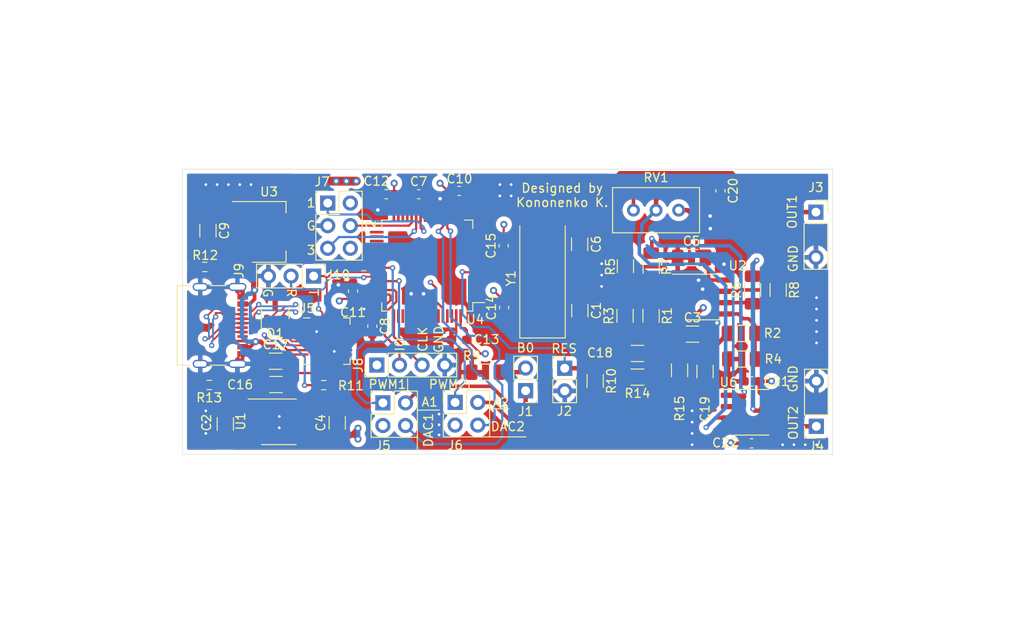
<source format=kicad_pcb>
(kicad_pcb (version 20211014) (generator pcbnew)
  (layers (0 "F.Cu" signal) (1 "In1.Cu" power) (2 "In2.Cu" power) (31 "B.Cu" signal) (34 "B.Paste" user) (35 "F.Paste" user) (36 "B.SilkS" user "B.Silkscreen") (37 "F.SilkS" user "F.Silkscreen") (38 "B.Mask" user) (39 "F.Mask" user) (44 "Edge.Cuts" user))
  (net 0 "")
  (net 1 "GND")
  (net 2 "Net-(C1-Pad1)")
  (net 3 "Net-(C2-Pad1)")
  (net 4 "Net-(C2-Pad2)")
  (net 5 "-5V")
  (net 6 "+5V")
  (net 7 "Net-(J2-Pad1)")
  (net 8 "Net-(J3-Pad1)")
  (net 9 "Net-(J4-Pad1)")
  (net 10 "Net-(R1-Pad1)")
  (net 11 "Net-(R2-Pad1)")
  (net 12 "/pot_out")
  (net 13 "Net-(R5-Pad1)")
  (net 14 "Net-(R6-Pad1)")
  (net 15 "Net-(C6-Pad1)")
  (net 16 "Net-(C7-Pad1)")
  (net 17 "Net-(C8-Pad1)")
  (net 18 "+3V3")
  (net 19 "Net-(C18-Pad1)")
  (net 20 "Net-(C19-Pad1)")
  (net 21 "Net-(J1-Pad2)")
  (net 22 "/PWM1")
  (net 23 "/A1")
  (net 24 "/DAC1")
  (net 25 "/DAC2")
  (net 26 "/A2")
  (net 27 "/PWM2")
  (net 28 "/IN1")
  (net 29 "/IN3")
  (net 30 "/IN2")
  (net 31 "/IO")
  (net 32 "/CLK")
  (net 33 "Net-(J9-PadA5)")
  (net 34 "Net-(J9-PadB5)")
  (net 35 "Net-(R11-Pad2)")
  (net 36 "Net-(R11-Pad1)")
  (net 37 "/D-")
  (net 38 "/D+")
  (net 39 "Net-(J10-Pad1)")
  (net 40 "Net-(J10-Pad2)")
  (net 106 "Net-(R5-Pad2)")
  (net 107 "Net-(R6-Pad2)")
  (footprint "Connector_PinHeader_2.54mm:PinHeader_1x03_P2.54mm_Vertical" (layer "F.Cu") (at 130.22 136 -90)
    (fp_text reference "J10")
    (fp_text value "Conn_01x03_Male" hide)
  )
  (footprint "Capacitor_SMD:C_1206_3216Metric_Pad1.33x1.80mm_HandSolder" (layer "F.Cu") (at 160.11 139.88 -90)
    (fp_text reference "C1")
    (fp_text value "22p")
  )
  (footprint "Capacitor_SMD:C_1206_3216Metric_Pad1.33x1.80mm_HandSolder" (layer "F.Cu") (at 120.3 152.61 -90)
    (fp_text reference "C2")
    (fp_text value "10u")
  )
  (footprint "Capacitor_SMD:C_1206_3216Metric_Pad1.33x1.80mm_HandSolder" (layer "F.Cu") (at 172.76 142.52)
    (fp_text reference "C3")
    (fp_text value "1u")
  )
  (footprint "Capacitor_SMD:C_1206_3216Metric_Pad1.33x1.80mm_HandSolder" (layer "F.Cu") (at 132.87 152.48 -90)
    (fp_text reference "C4")
    (fp_text value "10u")
  )
  (footprint "Capacitor_SMD:C_1206_3216Metric_Pad1.33x1.80mm_HandSolder" (layer "F.Cu") (at 172.6575 133.92)
    (fp_text reference "C5")
    (fp_text value "1u")
  )
  (footprint "Capacitor_SMD:C_1206_3216Metric_Pad1.33x1.80mm_HandSolder" (layer "F.Cu") (at 160.09 132.43 90)
    (fp_text reference "C6")
    (fp_text value "22p")
  )
  (footprint "Capacitor_SMD:C_1206_3216Metric_Pad1.33x1.80mm_HandSolder" (layer "F.Cu") (at 118.35 130.91 -90)
    (fp_text reference "C9")
    (fp_text value "10u")
  )
  (footprint "Capacitor_SMD:C_1206_3216Metric_Pad1.33x1.80mm_HandSolder" (layer "F.Cu") (at 125.9925 148.18)
    (fp_text reference "C16")
    (fp_text value "10u")
  )
  (footprint "Capacitor_SMD:C_1206_3216Metric_Pad1.33x1.80mm_HandSolder" (layer "F.Cu") (at 125.9525 145.56)
    (fp_text reference "C17")
    (fp_text value "10u")
  )
  (footprint "Capacitor_SMD:C_1206_3216Metric_Pad1.33x1.80mm_HandSolder" (layer "F.Cu") (at 166.5825 144.69 180)
    (fp_text reference "C18")
    (fp_text value "NC")
  )
  (footprint "Capacitor_SMD:C_1206_3216Metric_Pad1.33x1.80mm_HandSolder" (layer "F.Cu") (at 174.17 146.7225 -90)
    (fp_text reference "C19")
    (fp_text value "NC")
  )
  (footprint "Package_TO_SOT_SMD:SOT-23" (layer "F.Cu") (at 125.9 140.14 90)
    (fp_text reference "D1")
    (fp_text value "SP0502")
  )
  (footprint "Connector_PinHeader_2.54mm:PinHeader_1x02_P2.54mm_Vertical" (layer "F.Cu") (at 154.02 148.87 180)
    (fp_text reference "J1")
    (fp_text value "Conn_01x02_Male" hide)
  )
  (footprint "Connector_PinHeader_2.54mm:PinHeader_1x02_P2.54mm_Vertical" (layer "F.Cu") (at 158.41 146.35)
    (fp_text reference "J2")
    (fp_text value "Conn_01x02_Male" hide)
  )
  (footprint "custom:PinSocket_1x03_P2.54mm_Vertical" (layer "F.Cu") (at 186.62 128.82)
    (fp_text reference "J3")
    (fp_text value "Conn_01x02_Female" hide)
  )
  (footprint "custom:PinSocket_1x03_P2.54mm_Vertical" (layer "F.Cu") (at 186.67 152.87 180)
    (fp_text reference "J4")
    (fp_text value "Conn_01x02_Female" hide)
  )
  (footprint "Connector_PinHeader_2.54mm:PinHeader_2x02_P2.54mm_Vertical" (layer "F.Cu") (at 138 150.24)
    (fp_text reference "J5")
    (fp_text value "Conn_01x04_Male" hide)
  )
  (footprint "Connector_PinHeader_2.54mm:PinHeader_2x02_P2.54mm_Vertical" (layer "F.Cu") (at 146.11 150.19)
    (fp_text reference "J6")
    (fp_text value "Conn_01x04_Male" hide)
  )
  (footprint "Connector_PinHeader_2.54mm:PinHeader_2x03_P2.54mm_Vertical" (layer "F.Cu") (at 131.8 127.8)
    (fp_text reference "J7")
    (fp_text value "Conn_01x06_Male" hide)
  )
  (footprint "Connector_PinHeader_2.54mm:PinHeader_1x04_P2.54mm_Vertical" (layer "F.Cu") (at 137.32 145.99 90)
    (fp_text reference "J8")
    (fp_text value "Conn_01x04_Male" hide)
  )
  (footprint "Connector_USB:USB_C_Receptacle_Palconn_UTC16-G" (layer "F.Cu") (at 119.73 141.54 -90)
    (fp_text reference "J9")
    (fp_text value "USB_C_Receptacle_USB2.0")
  )
  (footprint "Resistor_SMD:R_1206_3216Metric_Pad1.30x1.75mm_HandSolder" (layer "F.Cu") (at 168.11 140.4675 -90)
    (fp_text reference "R1")
    (fp_text value "1k")
  )
  (footprint "Resistor_SMD:R_1206_3216Metric_Pad1.30x1.75mm_HandSolder" (layer "F.Cu") (at 178.24 142.44 180)
    (fp_text reference "R2")
    (fp_text value "1k")
  )
  (footprint "Resistor_SMD:R_1206_3216Metric_Pad1.30x1.75mm_HandSolder" (layer "F.Cu") (at 165.19 140.4675 90)
    (fp_text reference "R3")
    (fp_text value "1k")
  )
  (footprint "Resistor_SMD:R_1206_3216Metric_Pad1.30x1.75mm_HandSolder" (layer "F.Cu") (at 178.2875 145.32)
    (fp_text reference "R4")
    (fp_text value "1k")
  )
  (footprint "Resistor_SMD:R_1206_3216Metric_Pad1.30x1.75mm_HandSolder" (layer "F.Cu") (at 168.12 134.97 90)
    (fp_text reference "R5")
    (fp_text value "1k")
  )
  (footprint "Resistor_SMD:R_1206_3216Metric_Pad1.30x1.75mm_HandSolder" (layer "F.Cu") (at 179.51 137.5625 90)
    (fp_text reference "R6")
    (fp_text value "1k")
  )
  (footprint "Resistor_SMD:R_1206_3216Metric_Pad1.30x1.75mm_HandSolder" (layer "F.Cu") (at 165.23 134.8925 -90)
    (fp_text reference "R7")
    (fp_text value "1k")
  )
  (footprint "Resistor_SMD:R_1206_3216Metric_Pad1.30x1.75mm_HandSolder" (layer "F.Cu") (at 182.38 137.56 -90)
    (fp_text reference "R8")
    (fp_text value "1k")
  )
  (footprint "Resistor_SMD:R_1206_3216Metric_Pad1.30x1.75mm_HandSolder" (layer "F.Cu") (at 149.5225 146.79)
    (fp_text reference "R9")
    (fp_text value "10k")
  )
  (footprint "Resistor_SMD:R_1206_3216Metric_Pad1.30x1.75mm_HandSolder" (layer "F.Cu") (at 161.83 147.78 -90)
    (fp_text reference "R10")
    (fp_text value "10k")
  )
  (footprint "Resistor_SMD:R_1206_3216Metric_Pad1.30x1.75mm_HandSolder" (layer "F.Cu") (at 166.5825 147.35 180)
    (fp_text reference "R14")
    (fp_text value "0R")
  )
  (footprint "Resistor_SMD:R_1206_3216Metric_Pad1.30x1.75mm_HandSolder" (layer "F.Cu") (at 171.31 146.5875 -90)
    (fp_text reference "R15")
    (fp_text value "0R")
  )
  (footprint "Potentiometer_THT:Potentiometer_Bourns_3296W_Vertical" (layer "F.Cu") (at 171.21 128.6)
    (fp_text reference "RV1")
    (fp_text value "R_POT")
  )
  (footprint "Package_SO:SOIC-8_3.9x4.9mm_P1.27mm" (layer "F.Cu") (at 126.315 152.365)
    (fp_text reference "U1")
    (fp_text value "ICL7660")
  )
  (footprint "Package_SO:SOIC-8_3.9x4.9mm_P1.27mm" (layer "F.Cu") (at 173.94 138.35)
    (fp_text reference "U2")
    (fp_text value "AD826")
  )
  (footprint "Package_TO_SOT_SMD:SOT-223-3_TabPin2" (layer "F.Cu") (at 125.21 131.04)
    (fp_text reference "U3")
    (fp_text value "LM1117-3.3")
  )
  (footprint "Package_QFP:LQFP-64_10x10mm_P0.5mm" (layer "F.Cu") (at 142.98 134.82 180)
    (fp_text reference "U4")
    (fp_text value "STM32F405RGTx")
  )
  (footprint "Package_DFN_QFN:QFN-28-1EP_5x5mm_P0.5mm_EP3.35x3.35mm" (layer "F.Cu") (at 131.7 143.31)
    (fp_text reference "U5")
    (fp_text value "CP2102N")
  )
  (footprint "Crystal:Crystal_SMD_HC49-SD" (layer "F.Cu") (at 155.92 136.25 90)
    (fp_text reference "Y1")
    (fp_text value "8MHz")
  )
  (footprint "Capacitor_SMD:C_0603_1608Metric_Pad1.08x0.95mm_HandSolder" (layer "F.Cu") (at 146.56 126.44 180)
    (fp_text reference "C10")
    (fp_text value "100n")
  )
  (footprint "Capacitor_SMD:C_0603_1608Metric_Pad1.08x0.95mm_HandSolder" (layer "F.Cu") (at 134.65 137.69 -90)
    (fp_text reference "C11")
    (fp_text value "100n")
  )
  (footprint "Capacitor_SMD:C_0603_1608Metric_Pad1.08x0.95mm_HandSolder" (layer "F.Cu") (at 138.38 126.81)
    (fp_text reference "C12")
    (fp_text value "100n")
  )
  (footprint "Capacitor_SMD:C_0603_1608Metric_Pad1.08x0.95mm_HandSolder" (layer "F.Cu") (at 146.555 143.17)
    (fp_text reference "C13")
    (fp_text value "100n")
  )
  (footprint "Capacitor_SMD:C_0603_1608Metric_Pad1.08x0.95mm_HandSolder" (layer "F.Cu") (at 151.61 139.525 90)
    (fp_text reference "C14")
    (fp_text value "100n")
  )
  (footprint "Capacitor_SMD:C_0603_1608Metric_Pad1.08x0.95mm_HandSolder" (layer "F.Cu") (at 151.56 132.6 90)
    (fp_text reference "C15")
    (fp_text value "100n")
  )
  (footprint "Capacitor_SMD:C_0603_1608Metric_Pad1.08x0.95mm_HandSolder" (layer "F.Cu") (at 142.015 126.81)
    (fp_text reference "C7")
    (fp_text value "100n")
  )
  (footprint "Capacitor_SMD:C_0603_1608Metric_Pad1.08x0.95mm_HandSolder" (layer "F.Cu") (at 136.81 141.63 -90)
    (fp_text reference "C8")
    (fp_text value "100n")
  )
  (footprint "Resistor_SMD:R_0603_1608Metric_Pad0.98x0.95mm_HandSolder" (layer "F.Cu") (at 131.35 148.25 180)
    (fp_text reference "R11")
    (fp_text value "10k")
  )
  (footprint "Resistor_SMD:R_0603_1608Metric_Pad0.98x0.95mm_HandSolder" (layer "F.Cu") (at 117.995 134.98 180)
    (fp_text reference "R12")
    (fp_text value "5k1")
  )
  (footprint "Resistor_SMD:R_0603_1608Metric_Pad0.98x0.95mm_HandSolder" (layer "F.Cu") (at 118.495 148.23 180)
    (fp_text reference "R13")
    (fp_text value "5k1")
  )
  (footprint "Capacitor_SMD:C_0603_1608Metric_Pad1.08x0.95mm_HandSolder" (layer "F.Cu") (at 175.89 126.4175 -90)
    (fp_text reference "C20")
    (fp_text value "100n")
  )
  (footprint "Capacitor_SMD:C_0603_1608Metric_Pad1.08x0.95mm_HandSolder" (layer "F.Cu") (at 179.4 154.78 180)
    (fp_text reference "C22")
    (fp_text value "100n")
  )
  (footprint "Capacitor_SMD:C_0603_1608Metric_Pad1.08x0.95mm_HandSolder" (layer "F.Cu") (at 179.4 147.82)
    (fp_text reference "C21")
    (fp_text value "100n")
  )
  (footprint "Package_SO:SOIC-8_3.9x4.9mm_P1.27mm" (layer "F.Cu") (at 179.385 151.295)
    (fp_text reference "U6")
    (fp_text value "LM358")
  )
  (gr_line (start 141.86 154.09) (end 141.86 155.67) (layer "F.SilkS") (width 0.12))
  (gr_line (start 149.99 150.91) (end 152.13 150.91) (layer "F.SilkS") (width 0.12))
  (gr_line (start 141.875 151.05) (end 144.35 151.05) (layer "F.SilkS") (width 0.12))
  (gr_line (start 141.87 154.1) (end 141.86 154.09) (layer "F.SilkS") (width 0.12))
  (gr_line (start 140.77 148.92) (end 140.77 147.53) (layer "F.SilkS") (width 0.12))
  (gr_line (start 147.66 148.86) (end 147.66 147.88) (layer "F.SilkS") (width 0.12))
  (gr_line (start 149.99 154.06) (end 154.07 154.06) (layer "F.SilkS") (width 0.12))
  (gr_line (start 115.5 156) (end 115.5 137) (layer "Edge.Cuts") (width 0.05))
  (gr_line (start 115.5 137) (end 115.5 124) (layer "Edge.Cuts") (width 0.05))
  (gr_line (start 188.5 124) (end 188.5 156) (layer "Edge.Cuts") (width 0.05))
  (gr_line (start 188.5 156) (end 115.5 156) (layer "Edge.Cuts") (width 0.05))
  (gr_line (start 115.5 124) (end 188.5 124) (layer "Edge.Cuts") (width 0.05))
  (gr_text "IO" (at 139.9 143.68 90) (layer "F.SilkS") (effects (font (size 1 1))))
  (gr_text "B0" (at 154.01 144.06) (layer "F.SilkS") (effects (font (size 1 1))))
  (gr_text "OUT1" (at 183.95 128.79 90) (layer "F.SilkS") (effects (font (size 1 1))))
  (gr_text "DAC2" (at 152.02 152.9) (layer "F.SilkS") (effects (font (size 1 1))))
  (gr_text "G" (at 129.94 130.36) (layer "F.SilkS") (effects (font (size 1 1))))
  (gr_text "GND" (at 184.05 147.54 90) (layer "F.SilkS") (effects (font (size 1 1))))
  (gr_text "A2" (at 151.24 150.2) (layer "F.SilkS") (effects (font (size 1 1))))
  (gr_text "RES" (at 158.35 144.15) (layer "F.SilkS") (effects (font (size 1 1))))
  (gr_text "GND" (at 184.06 134.04 90) (layer "F.SilkS") (effects (font (size 1 1))))
  (gr_text "2" (at 136.66 130.18 90) (layer "F.SilkS") (effects (font (size 1 1))))
  (gr_text "GND" (at 144.27 143.11 90) (layer "F.SilkS") (effects (font (size 1 1))))
  (gr_text "OUT2" (at 184.08 152.48 90) (layer "F.SilkS") (effects (font (size 1 1))))
  (gr_text "3" (at 129.93 133.09) (layer "F.SilkS") (effects (font (size 1 1))))
  (gr_text "G" (at 125.06 137.9 270) (layer "F.SilkS") (effects (font (size 1 1))))
  (gr_text "DAC1" (at 143.11 153.31 90) (layer "F.SilkS") (effects (font (size 1 1))))
  (gr_text "PWM1" (at 138.51 148.16) (layer "F.SilkS") (effects (font (size 1 1))))
  (gr_text "R" (at 127.72 137.88 270) (layer "F.SilkS") (effects (font (size 1 1))))
  (gr_text "A1" (at 143.25 150.14) (layer "F.SilkS") (effects (font (size 1 1))))
  (gr_text "T" (at 130.2 137.83 270) (layer "F.SilkS") (effects (font (size 1 1))))
  (gr_text "1" (at 129.94 127.78) (layer "F.SilkS") (effects (font (size 1 1))))
  (gr_text "Designed by\nKononenko K." (at 158.13 126.93) (layer "F.SilkS") (effects (font (size 1 1))))
  (gr_text "CLK" (at 142.48 143.09 90) (layer "F.SilkS") (effects (font (size 1 1))))
  (gr_text "PWM2" (at 145.28 148.16) (layer "F.SilkS") (effects (font (size 1 1))))
  (segment (start 151.155 133.07) (end 151.56 133.475) (width 0.25) (layer "F.Cu") (net 1))
  (segment (start 146.23 129.145) (end 146.23 127.645) (width 0.25) (layer "F.Cu") (net 1))
  (segment (start 129.25 142.81) (end 128.49 142.81) (width 0.2) (layer "F.Cu") (net 1))
  (segment (start 122.24 145.28) (end 121.66 145.86) (width 0.4) (layer "F.Cu") (net 1))
  (segment (start 174.2475 142.52) (end 174.2475 142.5125) (width 0.4) (layer "F.Cu") (net 1))
  (segment (start 122.24 138.34) (end 122.24 137.8) (width 0.4) (layer "F.Cu") (net 1))
  (segment (start 128.49 142.81) (end 127.96 142.28) (width 0.2) (layer "F.Cu") (net 1))
  (segment (start 122.24 144.74) (end 122.24 145.28) (width 0.4) (layer "F.Cu") (net 1))
  (segment (start 174.2475 142.5125) (end 175.51 141.25) (width 0.4) (layer "F.Cu") (net 1))
  (segment (start 148.655 133.07) (end 151.155 133.07) (width 0.25) (layer "F.Cu") (net 1))
  (segment (start 146.23 127.645) (end 147.435 126.44) (width 0.25) (layer "F.Cu") (net 1))
  (segment (start 146.23 142.62) (end 145.68 143.17) (width 0.25) (layer "F.Cu") (net 1))
  (segment (start 122.24 137.8) (end 121.66 137.22) (width 0.4) (layer "F.Cu") (net 1))
  (segment (start 146.23 140.495) (end 146.23 142.62) (width 0.25) (layer "F.Cu") (net 1))
  (via (at 119.38 125.73) (size 0.6) (drill 0.3) (layers "F.Cu" "B.Cu") (net 1))
  (via (at 142.56 137.99) (size 0.8) (drill 0.4) (layers "F.Cu" "B.Cu") (net 1))
  (via (at 175.51 141.25) (size 0.8) (drill 0.4) (layers "F.Cu" "B.Cu") (net 1))
  (via (at 151.13 125.73) (size 0.6) (drill 0.3) (layers "F.Cu" "B.Cu") (net 1))
  (via (at 133 136.99) (size 0.8) (drill 0.4) (layers "F.Cu" "B.Cu") (net 1))
  (via (at 144.3 151.5) (size 0.6) (drill 0.3) (layers "F.Cu" "B.Cu") (net 1))
  (via (at 144.3 152.7) (size 0.6) (drill 0.3) (layers "F.Cu" "B.Cu") (net 1))
  (via (at 172.72 154.94) (size 0.6) (drill 0.3) (layers "F.Cu" "B.Cu") (net 1))
  (via (at 126.365 153.035) (size 0.6) (drill 0.3) (layers "F.Cu" "B.Cu") (net 1))
  (via (at 185.42 154.94) (size 0.6) (drill 0.3) (layers "F.Cu" "B.Cu") (net 1))
  (via (at 173.9 137.47) (size 0.8) (drill 0.4) (layers "F.Cu" "B.Cu") (net 1))
  (via (at 118.11 151.13) (size 0.6) (drill 0.3) (layers "F.Cu" "B.Cu") (net 1))
  (via (at 182.88 154.94) (size 0.6) (drill 0.3) (layers "F.Cu" "B.Cu") (net 1))
  (via (at 184.15 154.94) (size 0.6) (drill 0.3) (layers "F.Cu" "B.Cu") (net 1))
  (via (at 172.72 151.13) (size 0.6) (drill 0.3) (layers "F.Cu" "B.Cu") (net 1))
  (via (at 174.74 129.26) (size 0.8) (drill 0.4) (layers "F.Cu" "B.Cu") (net 1))
  (via (at 141.17 137.99) (size 0.8) (drill 0.4) (layers "F.Cu" "B.Cu") (net 1))
  (via (at 121.92 125.73) (size 0.6) (drill 0.3) (layers "F.Cu" "B.Cu") (net 1))
  (via (at 144.3 153.84) (size 0.6) (drill 0.3) (layers "F.Cu" "B.Cu") (net 1))
  (via (at 126.365 151.765) (size 0.6) (drill 0.3) (layers "F.Cu" "B.Cu") (net 1))
  (via (at 186.69 140.97) (size 0.6) (drill 0.3) (layers "F.Cu" "B.Cu") (net 1))
  (via (at 162.56 134.62) (size 0.6) (drill 0.3) (layers "F.Cu" "B.Cu") (net 1))
  (via (at 152.4 127) (size 0.6) (drill 0.3) (layers "F.Cu" "B.Cu") (net 1))
  (via (at 120.65 125.73) (size 0.6) (drill 0.3) (layers "F.Cu" "B.Cu") (net 1))
  (via (at 118.11 125.73) (size 0.6) (drill 0.3) (layers "F.Cu" "B.Cu") (net 1))
  (via (at 173.44 136.46) (size 0.8) (drill 0.4) (layers "F.Cu" "B.Cu") (net 1))
  (via (at 130.556 142.24) (size 0.6) (drill 0.3) (layers "F.Cu" "B.Cu") (net 1))
  (via (at 135.89 139.7) (size 0.6) (drill 0.3) (layers "F.Cu" "B.Cu") (net 1))
  (via (at 186.69 143.51) (size 0.6) (drill 0.3) (layers "F.Cu" "B.Cu") (net 1))
  (via (at 162.56 137.16) (size 0.6) (drill 0.3) (layers "F.Cu" "B.Cu") (net 1))
  (via (at 186.69 139.7) (size 0.6) (drill 0.3) (layers "F.Cu" "B.Cu") (net 1))
  (via (at 152.4 125.73) (size 0.6) (drill 0.3) (layers "F.Cu" "B.Cu") (net 1))
  (via (at 151.13 127) (size 0.6) (drill 0.3) (layers "F.Cu" "B.Cu") (net 1))
  (via (at 186.69 154.94) (size 0.6) (drill 0.3) (layers "F.Cu" "B.Cu") (net 1))
  (via (at 172.72 153.67) (size 0.6) (drill 0.3) (layers "F.Cu" "B.Cu") (net 1))
  (via (at 132.54 144.46) (size 0.6) (drill 0.3) (layers "F.Cu" "B.Cu") (net 1))
  (via (at 174.77 130.67) (size 0.8) (drill 0.4) (layers "F.Cu" "B.Cu") (net 1))
  (via (at 123.19 125.73) (size 0.6) (drill 0.3) (layers "F.Cu" "B.Cu") (net 1))
  (via (at 137.43 128.58) (size 0.8) (drill 0.4) (layers "F.Cu" "B.Cu") (net 1))
  (via (at 186.69 138.43) (size 0.6) (drill 0.3) (layers "F.Cu" "B.Cu") (net 1))
  (via (at 186.69 142.24) (size 0.6) (drill 0.3) (layers "F.Cu" "B.Cu") (net 1))
  (via (at 172.72 152.4) (size 0.6) (drill 0.3) (layers "F.Cu" "B.Cu") (net 1))
  (via (at 118.11 153.67) (size 0.6) (drill 0.3) (layers "F.Cu" "B.Cu") (net 1))
  (via (at 176.3 134.67) (size 0.8) (drill 0.4) (layers "F.Cu" "B.Cu") (net 1))
  (via (at 144.42 127.31) (size 0.8) (drill 0.4) (layers "F.Cu" "B.Cu") (net 1))
  (via (at 118.11 152.4) (size 0.6) (drill 0.3) (layers "F.Cu" "B.Cu") (net 1))
  (via (at 162.56 135.89) (size 0.6) (drill 0.3) (layers "F.Cu" "B.Cu") (net 1))
  (segment (start 155.92 136.95) (end 155.92 140.5) (width 0.25) (layer "F.Cu") (net 2))
  (segment (start 155.54 136.57) (end 159.51 136.57) (width 0.25) (layer "F.Cu") (net 2))
  (segment (start 160.11 137.17) (end 160.11 138.3925) (width 0.25) (layer "F.Cu") (net 2))
  (segment (start 159.51 136.57) (end 160.11 137.17) (width 0.25) (layer "F.Cu") (net 2))
  (segment (start 155.54 136.57) (end 155.92 136.95) (width 0.25) (layer "F.Cu") (net 2))
  (segment (start 148.655 136.57) (end 155.54 136.57) (width 0.25) (layer "F.Cu") (net 2))
  (segment (start 123.84 151.73) (end 120.9075 151.73) (width 0.4) (layer "F.Cu") (net 3))
  (segment (start 120.9075 151.73) (end 120.3 151.1225) (width 0.4) (layer "F.Cu") (net 3))
  (segment (start 120.4725 154.27) (end 120.3 154.0975) (width 0.4) (layer "F.Cu") (net 4))
  (segment (start 123.84 154.27) (end 120.4725 154.27) (width 0.4) (layer "F.Cu") (net 4))
  (segment (start 172.46 142.145) (end 172.46 141.7) (width 0.4) (layer "F.Cu") (net 5))
  (segment (start 128.79 154.27) (end 132.5675 154.27) (width 0.4) (layer "F.Cu") (net 5))
  (segment (start 134.389999 153.900001) (end 134.3225 153.9675) (width 0.5) (layer "F.Cu") (net 5))
  (segment (start 171.2725 142.52) (end 172.085 142.52) (width 0.4) (layer "F.Cu") (net 5))
  (segment (start 178.62 153.45) (end 178.62 154.6975) (width 0.4) (layer "F.Cu") (net 5))
  (segment (start 166.925 125.555) (end 166.13 126.35) (width 0.4) (layer "F.Cu") (net 5))
  (segment (start 172.975 140.255) (end 171.465 140.255) (width 0.4) (layer "F.Cu") (net 5))
  (segment (start 178.62 154.6975) (end 178.5375 154.78) (width 0.4) (layer "F.Cu") (net 5))
  (segment (start 166.13 126.35) (end 166.13 128.6) (width 0.4) (layer "F.Cu") (net 5))
  (segment (start 173.13 141.03) (end 173.13 140.41) (width 0.4) (layer "F.Cu") (net 5))
  (segment (start 132.5675 154.27) (end 132.87 153.9675) (width 0.4) (layer "F.Cu") (net 5))
  (segment (start 177.11 154.78) (end 177.05 154.72) (width 0.4) (layer "F.Cu") (net 5))
  (segment (start 178.37 153.2) (end 178.62 153.45) (width 0.4) (layer "F.Cu") (net 5))
  (segment (start 132.87 153.9675) (end 134.3225 153.9675) (width 0.5) (layer "F.Cu") (net 5))
  (segment (start 172.46 141.7) (end 173.13 141.03) (width 0.4) (layer "F.Cu") (net 5))
  (segment (start 134.800001 153.900001) (end 134.389999 153.900001) (width 0.5) (layer "F.Cu") (net 5))
  (segment (start 135.2 154.3) (end 134.800001 153.900001) (width 0.5) (layer "F.Cu") (net 5))
  (segment (start 134.3225 153.9675) (end 135.2 153.09) (width 0.5) (layer "F.Cu") (net 5))
  (segment (start 175.89 125.555) (end 166.925 125.555) (width 0.4) (layer "F.Cu") (net 5))
  (segment (start 135.2 154.3) (end 135.2 153.09) (width 0.5) (layer "F.Cu") (net 5))
  (segment (start 176.91 153.2) (end 178.37 153.2) (width 0.4) (layer "F.Cu") (net 5))
  (segment (start 173.13 140.41) (end 172.975 140.255) (width 0.4) (layer "F.Cu") (net 5))
  (segment (start 172.085 142.52) (end 172.46 142.145) (width 0.4) (layer "F.Cu") (net 5))
  (segment (start 178.5375 154.78) (end 177.11 154.78) (width 0.4) (layer "F.Cu") (net 5))
  (segment (start 173.13 140.39) (end 173.97 139.55) (width 0.5) (layer "F.Cu") (net 5))
  (segment (start 173.13 140.41) (end 173.13 140.39) (width 0.5) (layer "F.Cu") (net 5))
  (via (at 135.2 154.3) (size 0.8) (drill 0.4) (layers "F.Cu" "B.Cu") (net 5))
  (via (at 135.2 153.09) (size 0.8) (drill 0.4) (layers "F.Cu" "B.Cu") (net 5))
  (via (at 177.05 154.72) (size 0.8) (drill 0.4) (layers "F.Cu" "B.Cu") (net 5))
  (via (at 173.97 139.55) (size 0.8) (drill 0.4) (layers "F.Cu" "B.Cu") (net 5))
  (segment (start 135.2 153.09) (end 135.2 154.3) (width 0.5) (layer "B.Cu") (net 5))
  (segment (start 120.33 133.34) (end 120.33 135.1) (width 0.8) (layer "F.Cu") (net 6))
  (segment (start 123.23 135.55) (end 123.59 135.91) (width 0.8) (layer "F.Cu") (net 6))
  (segment (start 120.33 135.1) (end 120.78 135.55) (width 0.8) (layer "F.Cu") (net 6))
  (segment (start 129.25 144.81) (end 128.19 144.81) (width 0.25) (layer "F.Cu") (net 6))
  (segment (start 127.48 148.18) (end 126.708653 148.951347) (width 0.4) (layer "F.Cu") (net 6))
  (segment (start 173.32 129.08) (end 173.32 133.095) (width 0.5) (layer "F.Cu") (net 6))
  (segment (start 123.59 138.590002) (end 123.59 137.58) (width 0.4) (layer "F.Cu") (net 6))
  (segment (start 127.44 148.14) (end 127.48 148.18) (width 0.5) (layer "F.Cu") (net 6))
  (segment (start 180.2625 149.0925) (end 180.56 149.39) (width 0.4) (layer "F.Cu") (net 6))
  (segment (start 129.94 146.89) (end 127.44 146.89) (width 0.25) (layer "F.Cu") (net 6))
  (segment (start 174.145 133.92) (end 174.145 134.895) (width 0.4) (layer "F.Cu") (net 6))
  (segment (start 123.040002 139.14) (end 123.59 138.590002) (width 0.4) (layer "F.Cu") (net 6))
  (segment (start 124.845685 143.94) (end 125.82 143.94) (width 0.5) (layer "F.Cu") (net 6))
  (segment (start 172.708233 129.08) (end 173.32 129.08) (width 0.5) (layer "F.Cu") (net 6))
  (segment (start 120.33 133.34) (end 119.2925 133.34) (width 0.8) (layer "F.Cu") (net 6))
  (segment (start 123.7 143.36) (end 124.265685 143.36) (width 0.5) (layer "F.Cu") (net 6))
  (segment (start 124.265685 143.36) (end 124.845685 143.94) (width 0.5) (layer "F.Cu") (net 6))
  (segment (start 130.2 145.76) (end 130.2 146.63) (width 0.25) (layer "F.Cu") (net 6))
  (segment (start 180.2625 147.82) (end 181.6 147.82) (width 0.4) (layer "F.Cu") (net 6))
  (segment (start 123.12 143.94) (end 123.7 143.36) (width 0.4) (layer "F.Cu") (net 6))
  (segment (start 171.21 128.6) (end 172.228233 128.6) (width 0.5) (layer "F.Cu") (net 6))
  (segment (start 180.2625 147.82) (end 180.2625 149.0925) (width 0.4) (layer "F.Cu") (net 6))
  (segment (start 127.44 145.56) (end 127.44 146.89) (width 0.5) (layer "F.Cu") (net 6))
  (segment (start 127.44 146.89) (end 127.44 148.14) (width 0.5) (layer "F.Cu") (net 6))
  (segment (start 120.78 135.55) (end 123.23 135.55) (width 0.8) (layer "F.Cu") (net 6))
  (segment (start 174.56 135.31) (end 174.56 136.23) (width 0.4) (layer "F.Cu") (net 6))
  (segment (start 126.708653 148.951347) (end 126.708653 150.328653) (width 0.4) (layer "F.Cu") (net 6))
  (segment (start 122.06 133.34) (end 120.33 133.34) (width 0.8) (layer "F.Cu") (net 6))
  (segment (start 174.56 136.23) (end 174.775 136.445) (width 0.4) (layer "F.Cu") (net 6))
  (segment (start 174.775 136.445) (end 176.415 136.445) (width 0.4) (layer "F.Cu") (net 6))
  (segment (start 128.19 144.81) (end 127.44 145.56) (width 0.25) (layer "F.Cu") (net 6))
  (segment (start 173.32 133.095) (end 174.145 133.92) (width 0.5) (layer "F.Cu") (net 6))
  (segment (start 181.6 147.82) (end 181.63 147.79) (width 0.4) (layer "F.Cu") (net 6))
  (segment (start 122.24 143.94) (end 123.12 143.94) (width 0.4) (layer "F.Cu") (net 6))
  (segment (start 180.56 149.39) (end 181.86 149.39) (width 0.4) (layer "F.Cu") (net 6))
  (segment (start 125.82 143.94) (end 127.44 145.56) (width 0.5) (layer "F.Cu") (net 6))
  (segment (start 123.59 135.91) (end 123.59 137.58) (width 0.8) (layer "F.Cu") (net 6))
  (segment (start 172.228233 128.6) (end 172.708233 129.08) (width 0.5) (layer "F.Cu") (net 6))
  (segment (start 126.94 150.46) (end 128.79 150.46) (width 0.4) (layer "F.Cu") (net 6))
  (segment (start 174.145 134.895) (end 174.56 135.31) (width 0.4) (layer "F.Cu") (net 6))
  (segment (start 119.2925 133.34) (end 118.35 132.3975) (width 0.8) (layer "F.Cu") (net 6))
  (segment (start 122.24 139.14) (end 123.040002 139.14) (width 0.4) (layer "F.Cu") (net 6))
  (segment (start 130.2 146.63) (end 129.94 146.89) (width 0.25) (layer "F.Cu") (net 6))
  (segment (start 126.708653 150.328653) (end 126.89 150.51) (width 0.4) (layer "F.Cu") (net 6))
  (segment (start 126.89 150.51) (end 126.94 150.46) (width 0.4) (layer "F.Cu") (net 6))
  (via (at 123.7 143.36) (size 0.8) (drill 0.4) (layers "F.Cu" "B.Cu") (net 6))
  (via (at 181.63 147.79) (size 0.8) (drill 0.4) (layers "F.Cu" "B.Cu") (net 6))
  (via (at 123.59 137.58) (size 0.8) (drill 0.4) (layers "F.Cu" "B.Cu") (net 6))
  (segment (start 122.880001 137.979999) (end 122.18 138.68) (width 0.5) (layer "B.Cu") (net 6))
  (segment (start 122.18 138.68) (end 122.18 142.79) (width 0.5) (layer "B.Cu") (net 6))
  (segment (start 122.18 142.79) (end 122.75 143.36) (width 0.5) (layer "B.Cu") (net 6))
  (segment (start 123.59 137.58) (end 123.190001 137.979999) (width 0.5) (layer "B.Cu") (net 6))
  (segment (start 123.190001 137.979999) (end 122.880001 137.979999) (width 0.5) (layer "B.Cu") (net 6))
  (segment (start 122.75 143.36) (end 123.7 143.36) (width 0.5) (layer "B.Cu") (net 6))
  (segment (start 146.95 135.57) (end 146.91 135.53) (width 0.25) (layer "F.Cu") (net 7))
  (segment (start 158.41 146.35) (end 161.7725 146.35) (width 0.5) (layer "F.Cu") (net 7))
  (segment (start 148.655 135.57) (end 146.95 135.57) (width 0.25) (layer "F.Cu") (net 7))
  (segment (start 161.7725 146.35) (end 161.83 146.2925) (width 0.5) (layer "F.Cu") (net 7))
  (via (at 146.91 135.53) (size 0.6) (drill 0.3) (layers "F.Cu" "B.Cu") (net 7))
  (segment (start 158.41 144.87) (end 158.41 146.35) (width 0.25) (layer "B.Cu") (net 7))
  (segment (start 149.9 141.72) (end 152.27 144.09) (width 0.25) (layer "B.Cu") (net 7))
  (segment (start 146.91 135.53) (end 146.91 140.3) (width 0.25) (layer "B.Cu") (net 7))
  (segment (start 148.33 141.72) (end 149.9 141.72) (width 0.25) (layer "B.Cu") (net 7))
  (segment (start 146.91 140.3) (end 148.33 141.72) (width 0.25) (layer "B.Cu") (net 7))
  (segment (start 152.27 144.09) (end 157.63 144.09) (width 0.25) (layer "B.Cu") (net 7))
  (segment (start 157.63 144.09) (end 158.41 144.87) (width 0.25) (layer "B.Cu") (net 7))
  (segment (start 169.815 136.445) (end 171.465 136.445) (width 0.4) (layer "F.Cu") (net 8))
  (segment (start 165.23 131.64) (end 163.66 130.07) (width 0.5) (layer "F.Cu") (net 8))
  (segment (start 165.23 133.405) (end 165.23 134.2175) (width 0.4) (layer "F.Cu") (net 8))
  (segment (start 169.72 136.35) (end 169.815 136.445) (width 0.4) (layer "F.Cu") (net 8))
  (segment (start 164.61 124.45) (end 177.19 124.45) (width 0.5) (layer "F.Cu") (net 8))
  (segment (start 169.56 134.95) (end 169.72 135.11) (width 0.4) (layer "F.Cu") (net 8))
  (segment (start 165.9625 134.95) (end 169.56 134.95) (width 0.4) (layer "F.Cu") (net 8))
  (segment (start 177.62 128.47) (end 177.97 128.82) (width 0.5) (layer "F.Cu") (net 8))
  (segment (start 169.72 135.11) (end 169.72 136.35) (width 0.4) (layer "F.Cu") (net 8))
  (segment (start 163.66 130.07) (end 163.66 125.4) (width 0.5) (layer "F.Cu") (net 8))
  (segment (start 163.66 125.4) (end 164.61 124.45) (width 0.5) (layer "F.Cu") (net 8))
  (segment (start 165.23 133.405) (end 165.23 131.64) (width 0.5) (layer "F.Cu") (net 8))
  (segment (start 177.19 124.45) (end 177.62 124.88) (width 0.5) (layer "F.Cu") (net 8))
  (segment (start 177.97 128.82) (end 186.62 128.82) (width 0.5) (layer "F.Cu") (net 8))
  (segment (start 165.23 134.2175) (end 165.9625 134.95) (width 0.4) (layer "F.Cu") (net 8))
  (segment (start 177.62 124.88) (end 177.62 128.47) (width 0.5) (layer "F.Cu") (net 8))
  (segment (start 177.895 137.715) (end 176.415 137.715) (width 0.4) (layer "F.Cu") (net 9))
  (segment (start 184.42 152.87) (end 186.67 152.87) (width 0.5) (layer "F.Cu") (net 9))
  (segment (start 184.55 137.2675) (end 184.55 146.73) (width 0.5) (layer "F.Cu") (net 9))
  (segment (start 181.705 137.56) (end 178.05 137.56) (width 0.4) (layer "F.Cu") (net 9))
  (segment (start 182.38 136.0725) (end 183.355 136.0725) (width 0.5) (layer "F.Cu") (net 9))
  (segment (start 182.38 136.0725) (end 182.38 136.885) (width 0.4) (layer "F.Cu") (net 9))
  (segment (start 184.02 147.26) (end 184.02 152.47) (width 0.5) (layer "F.Cu") (net 9))
  (segment (start 184.02 152.47) (end 184.42 152.87) (width 0.5) (layer "F.Cu") (net 9))
  (segment (start 178.05 137.56) (end 177.895 137.715) (width 0.4) (layer "F.Cu") (net 9))
  (segment (start 182.38 136.885) (end 181.705 137.56) (width 0.4) (layer "F.Cu") (net 9))
  (segment (start 184.55 146.73) (end 184.02 147.26) (width 0.5) (layer "F.Cu") (net 9))
  (segment (start 183.355 136.0725) (end 184.55 137.2675) (width 0.5) (layer "F.Cu") (net 9))
  (segment (start 168.115 138.985) (end 168.11 138.98) (width 0.4) (layer "F.Cu") (net 10))
  (segment (start 165.19 138.98) (end 168.11 138.98) (width 0.5) (layer "F.Cu") (net 10))
  (segment (start 171.465 138.985) (end 168.115 138.985) (width 0.4) (layer "F.Cu") (net 10))
  (segment (start 179.05 140.7875) (end 178.4475 140.7875) (width 0.4) (layer "F.Cu") (net 11))
  (segment (start 178.4475 140.7875) (end 177.915 140.255) (width 0.4) (layer "F.Cu") (net 11))
  (segment (start 177.915 140.255) (end 176.415 140.255) (width 0.4) (layer "F.Cu") (net 11))
  (segment (start 179.7275 145.2725) (end 179.775 145.32) (width 0.5) (layer "F.Cu") (net 11))
  (segment (start 179.7275 141.465) (end 179.05 140.7875) (width 0.4) (layer "F.Cu") (net 11))
  (segment (start 179.7275 142.44) (end 179.7275 145.2725) (width 0.5) (layer "F.Cu") (net 11))
  (segment (start 179.7275 142.44) (end 179.7275 141.465) (width 0.4) (layer "F.Cu") (net 11))
  (segment (start 169.23 126.88) (end 175.35 126.88) (width 0.5) (layer "F.Cu") (net 12))
  (segment (start 168.67 127.44) (end 169.23 126.88) (width 0.5) (layer "F.Cu") (net 12))
  (segment (start 176.91 151.93) (end 178.63 151.93) (width 0.4) (layer "F.Cu") (net 12))
  (segment (start 179.9 153.2) (end 181.86 153.2) (width 0.4) (layer "F.Cu") (net 12))
  (segment (start 168.67 128.6) (end 168.67 127.44) (width 0.5) (layer "F.Cu") (net 12))
  (segment (start 176.91 151.93) (end 175.35 151.93) (width 0.4) (layer "F.Cu") (net 12))
  (segment (start 175.35 151.93) (end 174.29 152.99) (width 0.4) (layer "F.Cu") (net 12))
  (segment (start 178.63 151.93) (end 179.9 153.2) (width 0.4) (layer "F.Cu") (net 12))
  (via (at 174.29 152.99) (size 0.6) (drill 0.3) (layers "F.Cu" "B.Cu") (net 12))
  (segment (start 174.29 152.99) (end 176.48 150.8) (width 0.4) (layer "B.Cu") (net 12))
  (segment (start 167.07 131.16) (end 167.07 130.2) (width 0.4) (layer "B.Cu") (net 12))
  (segment (start 166.79 133.51) (end 166.79 131.44) (width 0.4) (layer "B.Cu") (net 12))
  (segment (start 166.79 131.44) (end 167.07 131.16) (width 0.4) (layer "B.Cu") (net 12))
  (segment (start 176.48 150.8) (end 176.48 137.07) (width 0.4) (layer "B.Cu") (net 12))
  (segment (start 167.07 130.2) (end 168.67 128.6) (width 0.4) (layer "B.Cu") (net 12))
  (segment (start 167.96 134.68) (end 166.79 133.51) (width 0.4) (layer "B.Cu") (net 12))
  (segment (start 174.09 134.68) (end 167.96 134.68) (width 0.4) (layer "B.Cu") (net 12))
  (segment (start 176.48 137.07) (end 174.09 134.68) (width 0.4) (layer "B.Cu") (net 12))
  (segment (start 169.458847 137.228847) (end 169.945 137.715) (width 0.4) (layer "F.Cu") (net 13))
  (segment (start 168.12 136.4575) (end 165.3075 136.4575) (width 0.5) (layer "F.Cu") (net 13))
  (segment (start 165.3075 136.4575) (end 165.23 136.38) (width 0.5) (layer "F.Cu") (net 13))
  (segment (start 168.891347 137.228847) (end 169.458847 137.228847) (width 0.4) (layer "F.Cu") (net 13))
  (segment (start 169.945 137.715) (end 171.465 137.715) (width 0.4) (layer "F.Cu") (net 13))
  (segment (start 168.12 136.4575) (end 168.891347 137.228847) (width 0.4) (layer "F.Cu") (net 13))
  (segment (start 182.3775 139.05) (end 182.38 139.0475) (width 0.5) (layer "F.Cu") (net 14))
  (segment (start 179.51 139.05) (end 182.3775 139.05) (width 0.5) (layer "F.Cu") (net 14))
  (segment (start 179.445 138.985) (end 179.51 139.05) (width 0.4) (layer "F.Cu") (net 14))
  (segment (start 176.415 138.985) (end 179.445 138.985) (width 0.4) (layer "F.Cu") (net 14))
  (segment (start 159.52 136.07) (end 160.09 135.5) (width 0.25) (layer "F.Cu") (net 15))
  (segment (start 160.09 135.5) (end 160.09 133.9175) (width 0.25) (layer "F.Cu") (net 15))
  (segment (start 155.65 136.07) (end 155.92 135.8) (width 0.25) (layer "F.Cu") (net 15))
  (segment (start 148.655 136.07) (end 155.65 136.07) (width 0.25) (layer "F.Cu") (net 15))
  (segment (start 155.92 135.8) (end 155.92 132) (width 0.25) (layer "F.Cu") (net 15))
  (segment (start 155.65 136.07) (end 159.52 136.07) (width 0.25) (layer "F.Cu") (net 15))
  (segment (start 139.73 128) (end 139.97 127.76) (width 0.25) (layer "F.Cu") (net 16))
  (segment (start 139.73 129.145) (end 139.73 128) (width 0.25) (layer "F.Cu") (net 16))
  (segment (start 141.07 127.76) (end 141.14 127.69) (width 0.25) (layer "F.Cu") (net 16))
  (segment (start 139.97 127.76) (end 141.07 127.76) (width 0.25) (layer "F.Cu") (net 16))
  (segment (start 141.14 127.69) (end 141.14 126.81) (width 0.25) (layer "F.Cu") (net 16))
  (segment (start 138.84 138.725) (end 138.84 138.21) (width 0.25) (layer "F.Cu") (net 17))
  (segment (start 138.7 138.07) (end 137.305 138.07) (width 0.25) (layer "F.Cu") (net 17))
  (segment (start 136.81 140.755) (end 138.84 138.725) (width 0.25) (layer "F.Cu") (net 17))
  (segment (start 138.84 138.21) (end 138.7 138.07) (width 0.25) (layer "F.Cu") (net 17))
  (segment (start 133.9 125.34) (end 135.01 125.34) (width 1) (layer "F.Cu") (net 18))
  (segment (start 132.75 125.34) (end 133.9 125.34) (width 1) (layer "F.Cu") (net 18))
  (segment (start 146.73 141.81) (end 146.73 140.495) (width 0.25) (layer "F.Cu") (net 18))
  (segment (start 145.685 126.44) (end 145.27 126.44) (width 0.25) (layer "F.Cu") (net 18))
  (segment (start 151.53 138.57) (end 151.61 138.65) (width 0.25) (layer "F.Cu") (net 18))
  (segment (start 147.43 142.07) (end 147.2 141.84) (width 0.25) (layer "F.Cu") (net 18))
  (segment (start 150.31 132.38) (end 150.31 131.84) (width 0.25) (layer "F.Cu") (net 18))
  (segment (start 146.76 141.84) (end 146.73 141.81) (width 0.25) (layer "F.Cu") (net 18))
  (segment (start 134.65 138.565) (end 133.325 138.565) (width 0.25) (layer "F.Cu") (net 18))
  (segment (start 147.43 143.17) (end 147.43 142.07) (width 0.25) (layer "F.Cu") (net 18))
  (segment (start 147.2 141.84) (end 146.76 141.84) (width 0.25) (layer "F.Cu") (net 18))
  (segment (start 149.39 132.57) (end 149.41499 132.54501) (width 0.25) (layer "F.Cu") (net 18))
  (segment (start 161.2 150.9) (end 161.83 150.27) (width 0.5) (layer "F.Cu") (net 18))
  (segment (start 147.43 143.17) (end 148.98 144.72) (width 0.25) (layer "F.Cu") (net 18))
  (segment (start 148.655 138.57) (end 151.53 138.57) (width 0.25) (layer "F.Cu") (net 18))
  (segment (start 139.255 125.585) (end 139.26 125.58) (width 0.25) (layer "F.Cu") (net 18))
  (segment (start 161.83 150.27) (end 161.83 149.2675) (width 0.5) (layer "F.Cu") (net 18))
  (segment (start 128.41 125.6) (end 128.67 125.34) (width 1) (layer "F.Cu") (net 18))
  (segment (start 154.02 150.22) (end 154.7 150.9) (width 0.5) (layer "F.Cu") (net 18))
  (segment (start 145.73 129.145) (end 145.73 126.485) (width 0.25) (layer "F.Cu") (net 18))
  (segment (start 133.325 138.565) (end 133.1 138.79) (width 0.25) (layer "F.Cu") (net 18))
  (segment (start 122.06 131.04) (end 128.36 131.04) (width 1) (layer "F.Cu") (net 18))
  (segment (start 145.73 126.485) (end 145.685 126.44) (width 0.25) (layer "F.Cu") (net 18))
  (segment (start 128.36 128.14) (end 128.41 128.09) (width 1) (layer "F.Cu") (net 18))
  (segment (start 139.23 126.835) (end 139.255 126.81) (width 0.25) (layer "F.Cu") (net 18))
  (segment (start 151.61 138.65) (end 151.45 138.65) (width 0.25) (layer "F.Cu") (net 18))
  (segment (start 151.56 130.22) (end 151.58 130.2) (width 0.25) (layer "F.Cu") (net 18))
  (segment (start 150.31 131.84) (end 150.425 131.725) (width 0.25) (layer "F.Cu") (net 18))
  (segment (start 137.305 138.57) (end 134.655 138.57) (width 0.25) (layer "F.Cu") (net 18))
  (segment (start 134.655 138.57) (end 134.65 138.565) (width 0.25) (layer "F.Cu") (net 18))
  (segment (start 149.41499 132.54501) (end 150.14499 132.54501) (width 0.25) (layer "F.Cu") (net 18))
  (segment (start 128.67 125.34) (end 132.75 125.34) (width 1) (layer "F.Cu") (net 18))
  (segment (start 151.45 138.65) (end 150.42 137.62) (width 0.25) (layer "F.Cu") (net 18))
  (segment (start 154.02 148.87) (end 154.02 150.22) (width 0.5) (layer "F.Cu") (net 18))
  (segment (start 139.23 129.145) (end 139.23 126.835) (width 0.25) (layer "F.Cu") (net 18))
  (segment (start 139.255 126.81) (end 139.255 125.585) (width 0.25) (layer "F.Cu") (net 18))
  (segment (start 151.56 131.725) (end 151.56 130.22) (width 0.25) (layer "F.Cu") (net 18))
  (segment (start 148.98 144.72) (end 149.49 144.72) (width 0.25) (layer "F.Cu") (net 18))
  (segment (start 154.7 150.9) (end 161.2 150.9) (width 0.5) (layer "F.Cu") (net 18))
  (segment (start 148.655 132.57) (end 149.39 132.57) (width 0.25) (layer "F.Cu") (net 18))
  (segment (start 128.36 131.04) (end 128.36 128.14) (width 1) (layer "F.Cu") (net 18))
  (segment (start 150.425 131.725) (end 151.56 131.725) (width 0.25) (layer "F.Cu") (net 18))
  (segment (start 150.14499 132.54501) (end 150.31 132.38) (width 0.25) (layer "F.Cu") (net 18))
  (segment (start 128.41 128.09) (end 128.41 125.6) (width 1) (layer "F.Cu") (net 18))
  (segment (start 145.27 126.44) (end 144.41 125.58) (width 0.25) (layer "F.Cu") (net 18))
  (via (at 149.49 144.72) (size 0.8) (drill 0.4) (layers "F.Cu" "B.Cu") (net 18))
  (via (at 135.01 125.34) (size 0.8) (drill 0.4) (layers "F.Cu" "B.Cu") (net 18))
  (via (at 144.41 125.58) (size 0.8) (drill 0.4) (layers "F.Cu" "B.Cu") (net 18))
  (via (at 139.26 125.58) (size 0.8) (drill 0.4) (layers "F.Cu" "B.Cu") (net 18))
  (via (at 132.75 125.34) (size 0.8) (drill 0.4) (layers "F.Cu" "B.Cu") (net 18))
  (via (at 150.42 137.62) (size 0.8) (drill 0.4) (layers "F.Cu" "B.Cu") (net 18))
  (via (at 133.9 125.34) (size 0.8) (drill 0.4) (layers "F.Cu" "B.Cu") (net 18))
  (via (at 151.58 130.2) (size 0.8) (drill 0.4) (layers "F.Cu" "B.Cu") (net 18))
  (via (at 133.1 138.79) (size 0.8) (drill 0.4) (layers "F.Cu" "B.Cu") (net 18))
  (segment (start 168.11 141.955) (end 168.11 147.31) (width 0.5) (layer "F.Cu") (net 19))
  (segment (start 168.11 147.31) (end 168.07 147.35) (width 0.5) (layer "F.Cu") (net 19))
  (segment (start 174.17 145.0225) (end 176.7525 142.44) (width 0.5) (layer "F.Cu") (net 20))
  (segment (start 174.035 145.1) (end 174.17 145.235) (width 0.5) (layer "F.Cu") (net 20))
  (segment (start 171.31 145.1) (end 174.035 145.1) (width 0.5) (layer "F.Cu") (net 20))
  (segment (start 174.17 145.235) (end 174.17 145.0225) (width 0.5) (layer "F.Cu") (net 20))
  (segment (start 151.01 146.79) (end 153.56 146.79) (width 0.5) (layer "F.Cu") (net 21))
  (segment (start 143.94 137.31) (end 143.34 136.71) (width 0.25) (layer "F.Cu") (net 21))
  (segment (start 144.73 139.62) (end 143.94 138.83) (width 0.25) (layer "F.Cu") (net 21))
  (segment (start 153.56 146.79) (end 154.02 146.33) (width 0.5) (layer "F.Cu") (net 21))
  (segment (start 144.73 140.495) (end 144.73 139.62) (width 0.25) (layer "F.Cu") (net 21))
  (segment (start 143.94 138.83) (end 143.94 137.31) (width 0.25) (layer "F.Cu") (net 21))
  (via (at 143.34 136.71) (size 0.6) (drill 0.3) (layers "F.Cu" "B.Cu") (net 21))
  (segment (start 137.305 135.07) (end 139.07 135.07) (width 0.25) (layer "F.Cu") (net 22))
  (segment (start 139.07 135.07) (end 139.08 135.08) (width 0.25) (layer "F.Cu") (net 22))
  (via (at 139.08 135.08) (size 0.6) (drill 0.3) (layers "F.Cu" "B.Cu") (net 22))
  (segment (start 136.1 150.24) (end 138 150.24) (width 0.25) (layer "B.Cu") (net 22))
  (segment (start 135.99 143.4) (end 135.1 144.29) (width 0.25) (layer "B.Cu") (net 22))
  (segment (start 135.1 149.24) (end 136.1 150.24) (width 0.25) (layer "B.Cu") (net 22))
  (segment (start 139.1 135.524264) (end 139.1 142.45) (width 0.25) (layer "B.Cu") (net 22))
  (segment (start 139.08 135.08) (end 139.08 135.504264) (width 0.25) (layer "B.Cu") (net 22))
  (segment (start 138.15 143.4) (end 135.99 143.4) (width 0.25) (layer "B.Cu") (net 22))
  (segment (start 139.1 142.45) (end 138.15 143.4) (width 0.25) (layer "B.Cu") (net 22))
  (segment (start 139.08 135.504264) (end 139.1 135.524264) (width 0.25) (layer "B.Cu") (net 22))
  (segment (start 135.1 144.29) (end 135.1 149.24) (width 0.25) (layer "B.Cu") (net 22))
  (segment (start 163.5 152.75) (end 165.095 151.155) (width 0.4) (layer "F.Cu") (net 23))
  (segment (start 154.54 152.75) (end 163.5 152.75) (width 0.4) (layer "F.Cu") (net 23))
  (segment (start 140.54 150.24) (end 142.4 148.38) (width 0.4) (layer "F.Cu") (net 23))
  (segment (start 165.095 151.155) (end 165.095 147.35) (width 0.4) (layer "F.Cu") (net 23))
  (segment (start 142.4 148.38) (end 150.17 148.38) (width 0.4) (layer "F.Cu") (net 23))
  (segment (start 150.17 148.38) (end 154.54 152.75) (width 0.4) (layer "F.Cu") (net 23))
  (segment (start 145.23 130.6) (end 145.59 130.96) (width 0.25) (layer "F.Cu") (net 24))
  (segment (start 145.23 129.145) (end 145.23 130.6) (width 0.25) (layer "F.Cu") (net 24))
  (via (at 145.59 130.96) (size 0.6) (drill 0.3) (layers "F.Cu" "B.Cu") (net 24))
  (segment (start 151.4 148.24) (end 150.59 147.43) (width 0.25) (layer "B.Cu") (net 24))
  (segment (start 151.4 154.14) (end 151.4 148.24) (width 0.25) (layer "B.Cu") (net 24))
  (segment (start 151.07 144.25) (end 149.53 142.71) (width 0.25) (layer "B.Cu") (net 24))
  (segment (start 145.58 140.56) (end 145.59 140.55) (width 0.25) (layer "B.Cu") (net 24))
  (segment (start 140.54 152.78) (end 142.62 154.86) (width 0.25) (layer "B.Cu") (net 24))
  (segment (start 150.59 147.43) (end 150.59 145.87) (width 0.25) (layer "B.Cu") (net 24))
  (segment (start 151.07 145.39) (end 151.07 144.25) (width 0.25) (layer "B.Cu") (net 24))
  (segment (start 147.73 142.71) (end 145.58 140.56) (width 0.25) (layer "B.Cu") (net 24))
  (segment (start 145.59 140.55) (end 145.59 130.96) (width 0.25) (layer "B.Cu") (net 24))
  (segment (start 149.53 142.71) (end 147.73 142.71) (width 0.25) (layer "B.Cu") (net 24))
  (segment (start 150.59 145.87) (end 151.07 145.39) (width 0.25) (layer "B.Cu") (net 24))
  (segment (start 150.68 154.86) (end 151.4 154.14) (width 0.25) (layer "B.Cu") (net 24))
  (segment (start 142.62 154.86) (end 150.68 154.86) (width 0.25) (layer "B.Cu") (net 24))
  (segment (start 144.73 130.48) (end 144.23 130.98) (width 0.25) (layer "F.Cu") (net 25))
  (segment (start 144.73 129.145) (end 144.73 130.48) (width 0.25) (layer "F.Cu") (net 25))
  (via (at 144.23 130.98) (size 0.6) (drill 0.3) (layers "F.Cu" "B.Cu") (net 25))
  (segment (start 148.86 147.19) (end 147.96 146.29) (width 0.25) (layer "B.Cu") (net 25))
  (segment (start 149.08 147.19) (end 148.86 147.19) (width 0.25) (layer "B.Cu") (net 25))
  (segment (start 145.17 141.53) (end 145.17 141.51) (width 0.25) (layer "B.Cu") (net 25))
  (segment (start 147.96 144.32) (end 145.17 141.53) (width 0.25) (layer "B.Cu") (net 25))
  (segment (start 149.852081 152.73) (end 150.54 152.042081) (width 0.25) (layer "B.Cu") (net 25))
  (segment (start 145.17 141.51) (end 144.76 141.1) (width 0.25) (layer "B.Cu") (net 25))
  (segment (start 150.54 148.65) (end 149.08 147.19) (width 0.25) (layer "B.Cu") (net 25))
  (segment (start 147.96 146.29) (end 147.96 144.32) (width 0.25) (layer "B.Cu") (net 25))
  (segment (start 144.76 141.1) (end 144.76 131.51) (width 0.25) (layer "B.Cu") (net 25))
  (segment (start 150.54 152.042081) (end 150.54 148.65) (width 0.25) (layer "B.Cu") (net 25))
  (segment (start 144.76 131.51) (end 144.23 130.98) (width 0.25) (layer "B.Cu") (net 25))
  (segment (start 148.65 152.73) (end 149.852081 152.73) (width 0.25) (layer "B.Cu") (net 25))
  (segment (start 170.19 153.91) (end 171.02 153.08) (width 0.4) (layer "F.Cu") (net 26))
  (segment (start 150.26 150.19) (end 150.81 150.74) (width 0.4) (layer "F.Cu") (net 26))
  (segment (start 148.65 150.19) (end 150.26 150.19) (width 0.4) (layer "F.Cu") (net 26))
  (segment (start 153.37 153.3) (end 153.98 153.91) (width 0.4) (layer "F.Cu") (net 26))
  (segment (start 171.02 153.08) (end 171.02 148.365) (width 0.4) (layer "F.Cu") (net 26))
  (segment (start 171.02 148.365) (end 171.31 148.075) (width 0.4) (layer "F.Cu") (net 26))
  (segment (start 150.81 150.76) (end 153.35 153.3) (width 0.4) (layer "F.Cu") (net 26))
  (segment (start 150.81 150.74) (end 150.81 150.76) (width 0.4) (layer "F.Cu") (net 26))
  (segment (start 153.98 153.91) (end 170.19 153.91) (width 0.4) (layer "F.Cu") (net 26))
  (segment (start 153.35 153.3) (end 153.37 153.3) (width 0.4) (layer "F.Cu") (net 26))
  (segment (start 139.79 136.57) (end 139.82 136.54) (width 0.25) (layer "F.Cu") (net 27))
  (segment (start 137.305 136.57) (end 139.79 136.57) (width 0.25) (layer "F.Cu") (net 27))
  (via (at 139.82 136.54) (size 0.6) (drill 0.3) (layers "F.Cu" "B.Cu") (net 27))
  (segment (start 146.11 148.95) (end 146.11 150.19) (width 0.25) (layer "B.Cu") (net 27))
  (segment (start 139.82 136.964264) (end 139.81 136.974264) (width 0.25) (layer "B.Cu") (net 27))
  (segment (start 147.18 144.59) (end 147.18 147.88) (width 0.25) (layer "B.Cu") (net 27))
  (segment (start 147.18 147.88) (end 146.11 148.95) (width 0.25) (layer "B.Cu") (net 27))
  (segment (start 139.81 136.974264) (end 139.81 142.94) (width 0.25) (layer "B.Cu") (net 27))
  (segment (start 139.81 142.94) (end 140 143.13) (width 0.25) (layer "B.Cu") (net 27))
  (segment (start 145.72 143.13) (end 147.18 144.59) (width 0.25) (layer "B.Cu") (net 27))
  (segment (start 139.82 136.54) (end 139.82 136.964264) (width 0.25) (layer "B.Cu") (net 27))
  (segment (start 140 143.13) (end 145.72 143.13) (width 0.25) (layer "B.Cu") (net 27))
  (segment (start 142.23 130.6) (end 142.6 130.97) (width 0.25) (layer "F.Cu") (net 28))
  (segment (start 142.23 129.145) (end 142.23 130.6) (width 0.25) (layer "F.Cu") (net 28))
  (via (at 142.6 130.97) (size 0.6) (drill 0.3) (layers "F.Cu" "B.Cu") (net 28))
  (segment (start 131.98 129.08) (end 131.8 128.9) (width 0.25) (layer "B.Cu") (net 28))
  (segment (start 142.6 130.97) (end 142.6 130.545736) (width 0.25) (layer "B.Cu") (net 28))
  (segment (start 142.6 130.545736) (end 141.904264 129.85) (width 0.25) (layer "B.Cu") (net 28))
  (segment (start 141.904264 129.85) (end 136.94 129.85) (width 0.25) (layer "B.Cu") (net 28))
  (segment (start 131.8 128.9) (end 131.8 127.8) (width 0.25) (layer "B.Cu") (net 28))
  (segment (start 136.17 129.08) (end 131.98 129.08) (width 0.25) (layer "B.Cu") (net 28))
  (segment (start 136.94 129.85) (end 136.17 129.08) (width 0.25) (layer "B.Cu") (net 28))
  (segment (start 141.23 129.145) (end 141.23 130.02) (width 0.25) (layer "F.Cu") (net 29))
  (segment (start 140.89 130.34) (end 134.34 130.34) (width 0.25) (layer "F.Cu") (net 29))
  (segment (start 141.23 130.02) (end 140.9 130.35) (width 0.25) (layer "F.Cu") (net 29))
  (segment (start 140.9 130.35) (end 140.89 130.34) (width 0.25) (layer "F.Cu") (net 29))
  (segment (start 141.73 130.75) (end 141.52 130.96) (width 0.25) (layer "F.Cu") (net 30))
  (segment (start 141.73 129.145) (end 141.73 130.75) (width 0.25) (layer "F.Cu") (net 30))
  (via (at 141.52 130.96) (size 0.6) (drill 0.3) (layers "F.Cu" "B.Cu") (net 30))
  (segment (start 140.86 131.62) (end 133.06 131.62) (width 0.25) (layer "B.Cu") (net 30))
  (segment (start 133.06 131.62) (end 131.8 132.88) (width 0.25) (layer "B.Cu") (net 30))
  (segment (start 141.52 130.96) (end 140.86 131.62) (width 0.25) (layer "B.Cu") (net 30))
  (segment (start 138.2 142.7) (end 138.2 140.184298) (width 0.25) (layer "F.Cu") (net 31))
  (segment (start 138.2 140.184298) (end 139.5 138.884298) (width 0.25) (layer "F.Cu") (net 31))
  (segment (start 139.86 145.99) (end 139.86 144.787919) (width 0.25) (layer "F.Cu") (net 31))
  (segment (start 139.27 137.57) (end 137.305 137.57) (width 0.25) (layer "F.Cu") (net 31))
  (segment (start 139.86 144.787919) (end 139.85 144.777919) (width 0.25) (layer "F.Cu") (net 31))
  (segment (start 139.5 138.884298) (end 139.5 137.8) (width 0.25) (layer "F.Cu") (net 31))
  (segment (start 139.5 137.8) (end 139.27 137.57) (width 0.25) (layer "F.Cu") (net 31))
  (segment (start 139.85 144.35) (end 138.2 142.7) (width 0.25) (layer "F.Cu") (net 31))
  (segment (start 139.85 144.777919) (end 139.85 144.35) (width 0.25) (layer "F.Cu") (net 31))
  (segment (start 142.4 145.99) (end 139.23 142.82) (width 0.25) (layer "F.Cu") (net 32))
  (segment (start 139.23 142.82) (end 139.23 140.495) (width 0.25) (layer "F.Cu") (net 32))
  (segment (start 122.24 140.29) (end 121.46 140.29) (width 0.2) (layer "F.Cu") (net 33))
  (segment (start 121.46 140.29) (end 119.37 138.2) (width 0.2) (layer "F.Cu") (net 33))
  (segment (start 119.37 135.48) (end 118.87 134.98) (width 0.2) (layer "F.Cu") (net 33))
  (segment (start 119.37 138.2) (end 119.37 135.48) (width 0.2) (layer "F.Cu") (net 33))
  (segment (start 122.24 143.29) (end 120.67 143.29) (width 0.2) (layer "F.Cu") (net 34))
  (segment (start 119.37 144.59) (end 119.37 148.23) (width 0.2) (layer "F.Cu") (net 34))
  (segment (start 120.67 143.29) (end 119.37 144.59) (width 0.2) (layer "F.Cu") (net 34))
  (segment (start 126.691559 143.730088) (end 127.271471 144.31) (width 0.25) (layer "F.Cu") (net 35))
  (segment (start 125.12 143.28) (end 124.69 142.85) (width 0.25) (layer "F.Cu") (net 35))
  (segment (start 130.475 148.25) (end 129.22 148.25) (width 0.25) (layer "F.Cu") (net 35))
  (segment (start 124.69 142.85) (end 124.69 142.62) (width 0.25) (layer "F.Cu") (net 35))
  (segment (start 127.271471 144.31) (end 129.25 144.31) (width 0.25) (layer "F.Cu") (net 35))
  (segment (start 126.680088 143.730088) (end 126.23 143.28) (width 0.25) (layer "F.Cu") (net 35))
  (segment (start 126.23 143.28) (end 125.12 143.28) (width 0.25) (layer "F.Cu") (net 35))
  (segment (start 126.691559 143.730088) (end 126.680088 143.730088) (width 0.25) (layer "F.Cu") (net 35))
  (segment (start 129.22 148.25) (end 129.2 148.27) (width 0.25) (layer "F.Cu") (net 35))
  (via (at 124.69 142.62) (size 0.6) (drill 0.3) (layers "F.Cu" "B.Cu") (net 35))
  (via (at 129.2 148.27) (size 0.6) (drill 0.3) (layers "F.Cu" "B.Cu") (net 35))
  (segment (start 129.22 145.09) (end 129.22 147.825736) (width 0.25) (layer "B.Cu") (net 35))
  (segment (start 129.22 147.825736) (end 129.2 147.845736) (width 0.25) (layer "B.Cu") (net 35))
  (segment (start 127.860088 143.730088) (end 129.22 145.09) (width 0.25) (layer "B.Cu") (net 35))
  (segment (start 129.2 147.845736) (end 129.2 148.27) (width 0.25) (layer "B.Cu") (net 35))
  (segment (start 126.23 143.28) (end 126.680088 143.730088) (width 0.25) (layer "B.Cu") (net 35))
  (segment (start 125.35 143.28) (end 126.23 143.28) (width 0.25) (layer "B.Cu") (net 35))
  (segment (start 126.680088 143.730088) (end 127.860088 143.730088) (width 0.25) (layer "B.Cu") (net 35))
  (segment (start 124.69 142.62) (end 125.35 143.28) (width 0.25) (layer "B.Cu") (net 35))
  (segment (start 132.225 147.345) (end 132.225 148.25) (width 0.25) (layer "F.Cu") (net 36))
  (segment (start 130.7 145.76) (end 130.7 146.99) (width 0.25) (layer "F.Cu") (net 36))
  (segment (start 130.7 146.99) (end 130.92 147.21) (width 0.25) (layer "F.Cu") (net 36))
  (segment (start 130.92 147.21) (end 132.09 147.21) (width 0.25) (layer "F.Cu") (net 36))
  (segment (start 132.09 147.21) (end 132.225 147.345) (width 0.25) (layer "F.Cu") (net 36))
  (segment (start 118.1775 140.5575) (end 119.04 139.695) (width 0.2) (layer "F.Cu") (net 37))
  (segment (start 123.120001 140.134999) (end 123.120001 140.680001) (width 0.2) (layer "F.Cu") (net 37))
  (segment (start 129.25 143.81) (end 129.225 143.785) (width 0.2) (layer "F.Cu") (net 37))
  (segment (start 126.199999 139.890001) (end 126.540001 139.890001) (width 0.2) (layer "F.Cu") (net 37))
  (segment (start 129.225 143.785) (end 127.595 143.785) (width 0.2) (layer "F.Cu") (net 37))
  (segment (start 126.540001 139.890001) (end 127.035002 139.395) (width 0.2) (layer "F.Cu") (net 37))
  (segment (start 120.0332 139.695) (end 121.1532 140.815) (width 0.2) (layer "F.Cu") (net 37))
  (segment (start 123.120001 140.680001) (end 122.985002 140.815) (width 0.2) (layer "F.Cu") (net 37))
  (segment (start 124.95 141.14) (end 126.199999 139.890001) (width 0.2) (layer "F.Cu") (net 37))
  (segment (start 118.165 140.57) (end 118.1775 140.5575) (width 0.2) (layer "F.Cu") (net 37))
  (segment (start 121.1532 140.815) (end 121.344999 140.815) (width 0.2) (layer "F.Cu") (net 37))
  (segment (start 119.686801 141.815) (end 118.453033 143.048768) (width 0.2) (layer "F.Cu") (net 37))
  (segment (start 121.369999 141.79) (end 121.344999 141.815) (width 0.2) (layer "F.Cu") (net 37))
  (segment (start 122.24 141.79) (end 121.369999 141.79) (width 0.2) (layer "F.Cu") (net 37))
  (segment (start 127.035002 139.395) (end 127.99 139.395) (width 0.2) (layer "F.Cu") (net 37))
  (segment (start 122.265 140.815) (end 122.24 140.79) (width 0.2) (layer "F.Cu") (net 37))
  (segment (start 121.369999 140.79) (end 122.24 140.79) (width 0.2) (layer "F.Cu") (net 37))
  (segment (start 118.453033 143.048768) (end 118.028768 143.048768) (width 0.2) (layer "F.Cu") (net 37))
  (segment (start 122.985002 140.815) (end 122.265 140.815) (width 0.2) (layer "F.Cu") (net 37))
  (segment (start 121.344999 141.815) (end 119.686801 141.815) (width 0.2) (layer "F.Cu") (net 37))
  (segment (start 127.595 143.785) (end 126.531802 142.721802) (width 0.2) (layer "F.Cu") (net 37))
  (segment (start 119.04 139.695) (end 120.0332 139.695) (width 0.2) (layer "F.Cu") (net 37))
  (segment (start 127.99 139.395) (end 128.19 139.195) (width 0.2) (layer "F.Cu") (net 37))
  (segment (start 126.531802 142.721802) (end 124.95 141.14) (width 0.2) (layer "F.Cu") (net 37))
  (segment (start 124.06 139.195) (end 123.120001 140.134999) (width 0.2) (layer "F.Cu") (net 37))
  (segment (start 121.344999 140.815) (end 121.369999 140.79) (width 0.2) (layer "F.Cu") (net 37))
  (via (at 118.1775 140.5575) (size 0.6) (drill 0.3) (layers "F.Cu" "B.Cu") (net 37))
  (via (at 118.028768 143.048768) (size 0.6) (drill 0.3) (layers "F.Cu" "B.Cu") (net 37))
  (via (at 124.06 139.195) (size 0.6) (drill 0.3) (layers "F.Cu" "B.Cu") (net 37))
  (via (at 128.19 139.195) (size 0.6) (drill 0.3) (layers "F.Cu" "B.Cu") (net 37))
  (segment (start 118.465 143.036801) (end 118.465 140.87) (width 0.2) (layer "B.Cu") (net 37))
  (segment (start 118.465 140.87) (end 118.165 140.57) (width 0.2) (layer "B.Cu") (net 37))
  (segment (start 118.028768 143.048768) (end 118.453033 143.048768) (width 0.2) (layer "B.Cu") (net 37))
  (segment (start 124.26 139.395) (end 124.06 139.195) (width 0.2) (layer "B.Cu") (net 37))
  (segment (start 128.19 139.195) (end 127.99 139.395) (width 0.2) (layer "B.Cu") (net 37))
  (segment (start 118.453033 143.048768) (end 118.465 143.036801) (width 0.2) (layer "B.Cu") (net 37))
  (segment (start 127.99 139.395) (end 124.26 139.395) (width 0.2) (layer "B.Cu") (net 37))
  (segment (start 119.215 140.57) (end 119.215 140.156397) (width 0.2) (layer "F.Cu") (net 38))
  (segment (start 127.99 139.845) (end 128.19 140.045) (width 0.2) (layer "F.Cu") (net 38))
  (segment (start 126.85 140.216385) (end 127.221385 139.845) (width 0.2) (layer "F.Cu") (net 38))
  (segment (start 121.344999 142.265) (end 119.873199 142.265) (width 0.2) (layer "F.Cu") (net 38))
  (segment (start 119.215 140.156397) (end 119.226397 140.145) (width 0.2) (layer "F.Cu") (net 38))
  (segment (start 121.369999 141.29) (end 122.24 141.29) (width 0.2) (layer "F.Cu") (net 38))
  (segment (start 129.225 143.335) (end 127.781397 143.335) (width 0.2) (layer "F.Cu") (net 38))
  (segment (start 127.781397 143.335) (end 126.85 142.403603) (width 0.2) (layer "F.Cu") (net 38))
  (segment (start 119.873199 142.265) (end 118.771232 143.366967) (width 0.2) (layer "F.Cu") (net 38))
  (segment (start 122.265 141.265) (end 122.24 141.29) (width 0.2) (layer "F.Cu") (net 38))
  (segment (start 118.771232 143.366967) (end 118.771232 143.791232) (width 0.2) (layer "F.Cu") (net 38))
  (segment (start 122.24 142.29) (end 121.369999 142.29) (width 0.2) (layer "F.Cu") (net 38))
  (segment (start 119.226397 140.145) (end 119.8468 140.145) (width 0.2) (layer "F.Cu") (net 38))
  (segment (start 129.25 143.31) (end 129.225 143.335) (width 0.2) (layer "F.Cu") (net 38))
  (segment (start 120.9668 141.265) (end 121.344999 141.265) (width 0.2) (layer "F.Cu") (net 38))
  (segment (start 123.569992 140.866393) (end 123.171385 141.265) (width 0.2) (layer "F.Cu") (net 38))
  (segment (start 123.569992 140.321405) (end 123.569992 140.866393) (width 0.2) (layer "F.Cu") (net 38))
  (segment (start 124.06 140.045) (end 123.846397 140.045) (width 0.2) (layer "F.Cu") (net 38))
  (segment (start 123.846397 140.045) (end 123.569992 140.321405) (width 0.2) (layer "F.Cu") (net 38))
  (segment (start 126.85 142.403603) (end 126.85 141.14) (width 0.2) (layer "F.Cu") (net 38))
  (segment (start 126.85 141.14) (end 126.85 140.216385) (width 0.2) (layer "F.Cu") (net 38))
  (segment (start 127.221385 139.845) (end 127.99 139.845) (width 0.2) (layer "F.Cu") (net 38))
  (segment (start 123.171385 141.265) (end 122.265 141.265) (width 0.2) (layer "F.Cu") (net 38))
  (segment (start 121.344999 141.265) (end 121.369999 141.29) (width 0.2) (layer "F.Cu") (net 38))
  (segment (start 121.369999 142.29) (end 121.344999 142.265) (width 0.2) (layer "F.Cu") (net 38))
  (segment (start 119.8468 140.145) (end 120.9668 141.265) (width 0.2) (layer "F.Cu") (net 38))
  (via (at 118.771232 143.791232) (size 0.6) (drill 0.3) (layers "F.Cu" "B.Cu") (net 38))
  (via (at 124.06 140.045) (size 0.6) (drill 0.3) (layers "F.Cu" "B.Cu") (net 38))
  (via (at 119.215 140.57) (size 0.6) (drill 0.3) (layers "F.Cu" "B.Cu") (net 38))
  (via (at 128.19 140.045) (size 0.6) (drill 0.3) (layers "F.Cu" "B.Cu") (net 38))
  (segment (start 118.915 140.87) (end 119.215 140.57) (width 0.2) (layer "B.Cu") (net 38))
  (segment (start 118.771232 143.791232) (end 118.771232 143.366967) (width 0.2) (layer "B.Cu") (net 38))
  (segment (start 128.19 140.045) (end 127.99 139.845) (width 0.2) (layer "B.Cu") (net 38))
  (segment (start 127.99 139.845) (end 124.26 139.845) (width 0.2) (layer "B.Cu") (net 38))
  (segment (start 124.26 139.845) (end 124.06 140.045) (width 0.2) (layer "B.Cu") (net 38))
  (segment (start 118.915 143.223199) (end 118.915 140.87) (width 0.2) (layer "B.Cu") (net 38))
  (segment (start 118.771232 143.366967) (end 118.915 143.223199) (width 0.2) (layer "B.Cu") (net 38))
  (segment (start 132.35 135.57) (end 131.7 136.22) (width 0.2) (layer "F.Cu") (net 39))
  (segment (start 131.48 136) (end 130.22 136) (width 0.25) (layer "F.Cu") (net 39))
  (segment (start 131.7 136.22) (end 131.48 136) (width 0.25) (layer "F.Cu") (net 39))
  (segment (start 131.7 136.22) (end 131.7 140.86) (width 0.2) (layer "F.Cu") (net 39))
  (segment (start 137.305 135.57) (end 132.35 135.57) (width 0.2) (layer "F.Cu") (net 39))
  (segment (start 137.305 136.07) (end 135.94 136.07) (width 0.2) (layer "F.Cu") (net 40))
  (segment (start 135.94 136.07) (end 135.84 136.17) (width 0.2) (layer "F.Cu") (net 40))
  (segment (start 130.77 139.68) (end 131.2 140.11) (width 0.2) (layer "F.Cu") (net 40))
  (segment (start 131.2 140.11) (end 131.2 140.86) (width 0.2) (layer "F.Cu") (net 40))
  (via (at 135.84 136.17) (size 0.6) (drill 0.3) (layers "F.Cu" "B.Cu") (net 40))
  (via (at 130.77 139.68) (size 0.6) (drill 0.3) (layers "F.Cu" "B.Cu") (net 40))
  (segment (start 132.12 136.17) (end 131.56 136.73) (width 0.2) (layer "B.Cu") (net 40))
  (segment (start 128.02 137.52) (end 127.68 137.18) (width 0.25) (layer "B.Cu") (net 40))
  (segment (start 127.68 137.18) (end 127.68 136) (width 0.25) (layer "B.Cu") (net 40))
  (segment (start 131.27 137.52) (end 130.77 137.52) (width 0.2) (layer "B.Cu") (net 40))
  (segment (start 135.84 136.17) (end 132.12 136.17) (width 0.2) (layer "B.Cu") (net 40))
  (segment (start 130.77 137.52) (end 128.02 137.52) (width 0.25) (layer "B.Cu") (net 40))
  (segment (start 130.77 137.52) (end 130.77 139.68) (width 0.2) (layer "B.Cu") (net 40))
  (segment (start 131.56 136.73) (end 131.56 137.23) (width 0.2) (layer "B.Cu") (net 40))
  (segment (start 131.56 137.23) (end 131.27 137.52) (width 0.2) (layer "B.Cu") (net 40))
  (segment (start 168.19 131.78) (end 168.19 133.35) (width 0.4) (layer "F.Cu") (net 106))
  (segment (start 178.19 149.39) (end 178.26 149.46) (width 0.4) (layer "F.Cu") (net 106))
  (segment (start 178.26 149.46) (end 178.26 149.93) (width 0.4) (layer "F.Cu") (net 106))
  (segment (start 178.59 149.6) (end 178.59 149) (width 0.4) (layer "F.Cu") (net 106))
  (segment (start 176.91 149.39) (end 178.19 149.39) (width 0.4) (layer "F.Cu") (net 106))
  (segment (start 178.2 150.66) (end 176.91 150.66) (width 0.4) (layer "F.Cu") (net 106))
  (segment (start 168.19 133.35) (end 168.12 133.42) (width 0.4) (layer "F.Cu") (net 106))
  (segment (start 178.26 150.6) (end 178.2 150.66) (width 0.4) (layer "F.Cu") (net 106))
  (segment (start 178.26 149.93) (end 178.59 149.6) (width 0.4) (layer "F.Cu") (net 106))
  (segment (start 178.26 149.93) (end 178.26 150.6) (width 0.4) (layer "F.Cu") (net 106))
  (via (at 178.59 149) (size 0.6) (drill 0.3) (layers "F.Cu" "B.Cu") (net 106))
  (via (at 168.19 131.78) (size 0.6) (drill 0.3) (layers "F.Cu" "B.Cu") (net 106))
  (segment (start 176.94 132.6) (end 175.57 132.6) (width 0.4) (layer "B.Cu") (net 106))
  (segment (start 169.01 132.6) (end 168.19 131.78) (width 0.4) (layer "B.Cu") (net 106))
  (segment (start 178.19 148.6) (end 178.19 133.85) (width 0.4) (layer "B.Cu") (net 106))
  (segment (start 178.59 149) (end 178.19 148.6) (width 0.4) (layer "B.Cu") (net 106))
  (segment (start 178.19 133.85) (end 176.94 132.6) (width 0.4) (layer "B.Cu") (net 106))
  (segment (start 175.57 132.6) (end 169.01 132.6) (width 0.4) (layer "B.Cu") (net 106))
  (segment (start 180.57 150.66) (end 181.86 150.66) (width 0.4) (layer "F.Cu") (net 107))
  (segment (start 179.51 136.0125) (end 179.51 134.71) (width 0.5) (layer "F.Cu") (net 107))
  (segment (start 180.46 150.77) (end 180.57 150.66) (width 0.4) (layer "F.Cu") (net 107))
  (segment (start 180.46 151.81) (end 180.46 151.11) (width 0.4) (layer "F.Cu") (net 107))
  (segment (start 180.46 151.11) (end 180.46 150.77) (width 0.4) (layer "F.Cu") (net 107))
  (segment (start 179.55 150.91) (end 179.75 151.11) (width 0.5) (layer "F.Cu") (net 107))
  (segment (start 179.51 134.71) (end 179.98 134.24) (width 0.5) (layer "F.Cu") (net 107))
  (segment (start 179.75 151.11) (end 180.46 151.11) (width 0.5) (layer "F.Cu") (net 107))
  (segment (start 181.86 151.93) (end 180.58 151.93) (width 0.4) (layer "F.Cu") (net 107))
  (segment (start 180.58 151.93) (end 180.46 151.81) (width 0.4) (layer "F.Cu") (net 107))
  (via (at 179.98 134.24) (size 0.6) (drill 0.3) (layers "F.Cu" "B.Cu") (net 107))
  (via (at 179.55 150.91) (size 0.6) (drill 0.3) (layers "F.Cu" "B.Cu") (net 107))
  (segment (start 179.98 134.24) (end 179.55 134.67) (width 0.5) (layer "B.Cu") (net 107))
  (segment (start 179.55 134.67) (end 179.55 150.91) (width 0.5) (layer "B.Cu") (net 107))
  (zone (net 1) (net_name "GND") (layer "F.Cu") (connect_pads (clearance 0.508)) (min_thickness 0.254) (fill yes (thermal_gap 0.508) (thermal_bridge_width 0.508))
    (polygon (pts (xy 110 120) (xy 110 160) (xy 195 160) (xy 195 120)))
  )
  (zone (net 1) (net_name "GND") (layer "B.Cu") (connect_pads (clearance 0.508)) (min_thickness 0.254) (fill yes (thermal_gap 0.508) (thermal_bridge_width 0.508))
    (polygon (pts (xy 95 105) (xy 95 175) (xy 210 175) (xy 210 105)))
  )
)
</source>
